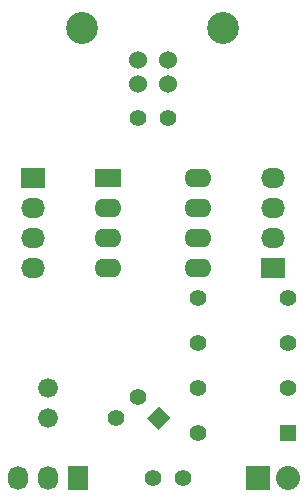
<source format=gbr>
G04 #@! TF.FileFunction,Soldermask,Top*
%FSLAX46Y46*%
G04 Gerber Fmt 4.6, Leading zero omitted, Abs format (unit mm)*
G04 Created by KiCad (PCBNEW (2015-02-23 BZR 5449)-product) date Venerdì 13 Marzo 2015 10:16:28*
%MOMM*%
G01*
G04 APERTURE LIST*
%ADD10C,0.020000*%
%ADD11C,1.397000*%
%ADD12C,1.524000*%
%ADD13C,2.700020*%
%ADD14R,2.032000X2.032000*%
%ADD15O,2.032000X2.032000*%
%ADD16R,1.397000X1.397000*%
%ADD17R,2.286000X1.574800*%
%ADD18O,2.286000X1.574800*%
%ADD19C,1.676400*%
%ADD20R,2.032000X1.727200*%
%ADD21O,2.032000X1.727200*%
%ADD22R,1.727200X2.032000*%
%ADD23O,1.727200X2.032000*%
G04 APERTURE END LIST*
D10*
D11*
X195580000Y-48260000D03*
X193040000Y-48260000D03*
D12*
X193040000Y-45339000D03*
X195580000Y-45339000D03*
X195580000Y-43340020D03*
X193040000Y-43340020D03*
D13*
X188310520Y-40640000D03*
X200309480Y-40640000D03*
D11*
X196850000Y-78740000D03*
X194310000Y-78740000D03*
D14*
X203200000Y-78740000D03*
D15*
X205740000Y-78740000D03*
D11*
X205740000Y-63500000D03*
X198120000Y-63500000D03*
D16*
X205740000Y-74930000D03*
D11*
X198120000Y-74930000D03*
D17*
X190500000Y-53340000D03*
D18*
X190500000Y-55880000D03*
X190500000Y-58420000D03*
X190500000Y-60960000D03*
X198120000Y-60960000D03*
X198120000Y-58420000D03*
X198120000Y-55880000D03*
X198120000Y-53340000D03*
D19*
X185420000Y-71120000D03*
X185420000Y-73660000D03*
D20*
X184150000Y-53340000D03*
D21*
X184150000Y-55880000D03*
X184150000Y-58420000D03*
X184150000Y-60960000D03*
D20*
X204470000Y-60960000D03*
D21*
X204470000Y-58420000D03*
X204470000Y-55880000D03*
X204470000Y-53340000D03*
D22*
X187960000Y-78740000D03*
D23*
X185420000Y-78740000D03*
X182880000Y-78740000D03*
D10*
G36*
X193848223Y-73660000D02*
X194836051Y-72672172D01*
X195823879Y-73660000D01*
X194836051Y-74647828D01*
X193848223Y-73660000D01*
X193848223Y-73660000D01*
G37*
D11*
X193040000Y-71863949D03*
X191243949Y-73660000D03*
X205740000Y-67310000D03*
X198120000Y-67310000D03*
X198120000Y-71120000D03*
X205740000Y-71120000D03*
M02*

</source>
